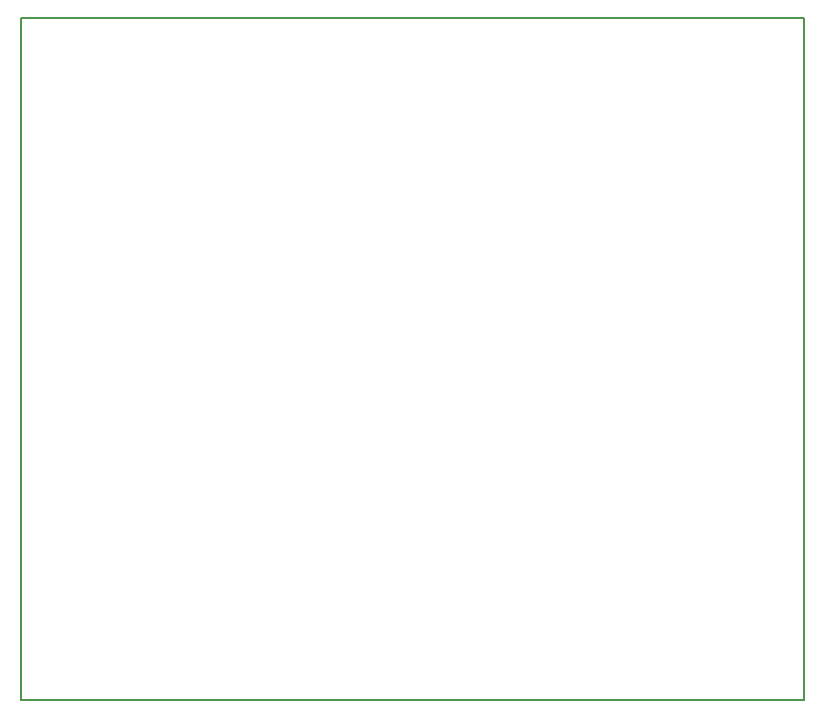
<source format=gm1>
G04 MADE WITH FRITZING*
G04 WWW.FRITZING.ORG*
G04 DOUBLE SIDED*
G04 HOLES PLATED*
G04 CONTOUR ON CENTER OF CONTOUR VECTOR*
%ASAXBY*%
%FSLAX23Y23*%
%MOIN*%
%OFA0B0*%
%SFA1.0B1.0*%
%ADD10R,2.618110X2.279530*%
%ADD11C,0.008000*%
%ADD10C,0.008*%
%LNCONTOUR*%
G90*
G70*
G54D10*
G54D11*
X4Y2276D02*
X2614Y2276D01*
X2614Y4D01*
X4Y4D01*
X4Y2276D01*
D02*
G04 End of contour*
M02*
</source>
